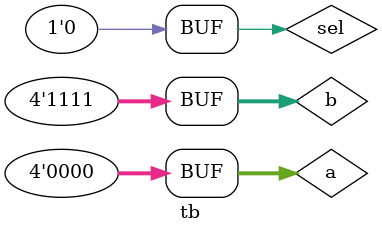
<source format=v>
module tb();

  reg [3:0] a, b;
  reg sel;
  wire [3:0] data_out;

  multiplexer m1
  (
    .a(a),
    .b(b),
    .sel(sel),
    .data_out(data_out)
  );
  
  initial
  begin
    a = 4'b0000;
    b = 4'b1111;
    sel = 1'b1;
    #10
    sel = 1'b0;
    #5
    b = 4'b0000;
    #5
    sel = 1'b1;
    #5
    b = 4'b1111;
    #10
    sel = 1'b0;
    #10
    sel = 1'b1;
    #10
    sel = 1'b0;
  end
  
endmodule
</source>
